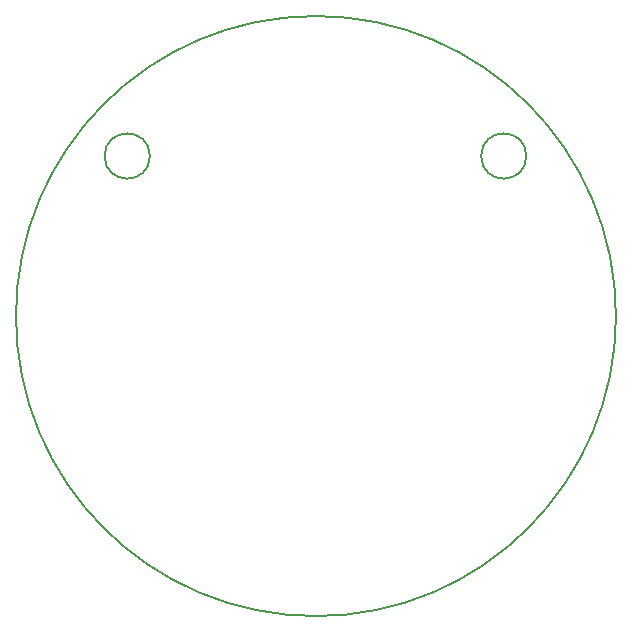
<source format=gm1>
G04 #@! TF.FileFunction,Profile,NP*
%FSLAX46Y46*%
G04 Gerber Fmt 4.6, Leading zero omitted, Abs format (unit mm)*
G04 Created by KiCad (PCBNEW 4.0.6) date 06/02/17 17:39:52*
%MOMM*%
%LPD*%
G01*
G04 APERTURE LIST*
%ADD10C,0.100000*%
%ADD11C,0.150000*%
G04 APERTURE END LIST*
D10*
D11*
X167015000Y-83439000D02*
G75*
G03X167015000Y-83439000I-1915000J0D01*
G01*
X135138000Y-83439000D02*
G75*
G03X135138000Y-83439000I-1915000J0D01*
G01*
X174600000Y-96990000D02*
G75*
G03X174600000Y-96990000I-25400000J0D01*
G01*
M02*

</source>
